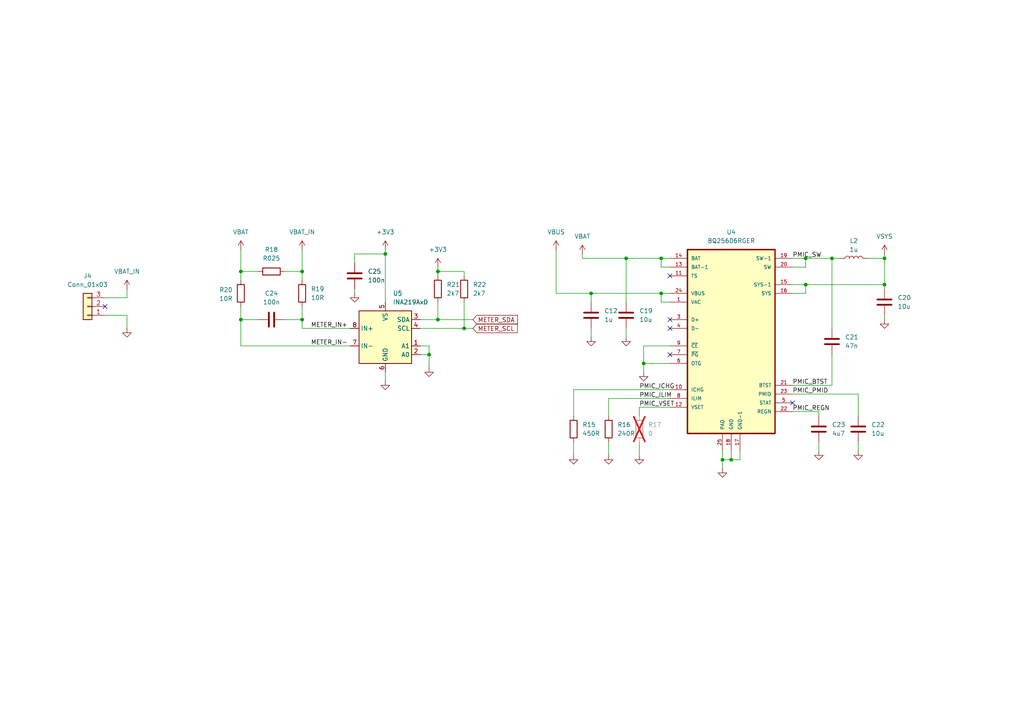
<source format=kicad_sch>
(kicad_sch (version 20231120) (generator "eeschema") (generator_version "8.0")
  (paper "A4")
  (lib_symbols
    (symbol "Connector_Generic:Conn_01x03" (pin_names (offset 1.016) hide)
      (property "Reference" "J" (at 0 5.08 0))
      (property "Value" "Conn_01x03" (at 0 -5.08 0))
      (symbol "Conn_01x03_1_1"
        (rectangle (start -1.27 -2.413) (end 0 -2.667) (stroke (width 0.1524)))
        (rectangle (start -1.27 0.127) (end 0 -0.127) (stroke (width 0.1524)))
        (rectangle (start -1.27 2.667) (end 0 2.413) (stroke (width 0.1524)))
        (rectangle (start -1.27 3.81) (end 1.27 -3.81) (stroke (width 0.254)) (fill (type background)))
        (pin passive line (at -5.08 2.54 0) (length 3.81) (name "Pin_1") (number "1"))
        (pin passive line (at -5.08 0 0) (length 3.81) (name "Pin_2") (number "2"))
        (pin passive line (at -5.08 -2.54 0) (length 3.81) (name "Pin_3") (number "3"))
      )
    )
    (symbol "Device:C" (pin_numbers hide) (pin_names (offset 0.254))
      (property "Reference" "C" (at 0.635 2.54 0))
      (property "Value" "C" (at 0.635 -2.54 0))
      (symbol "C_0_1"
        (polyline (pts (xy -2.032 -0.762) (xy 2.032 -0.762)) (stroke (width 0.508)))
        (polyline (pts (xy -2.032 0.762) (xy 2.032 0.762)) (stroke (width 0.508)))
      )
      (symbol "C_1_1"
        (pin passive line (at 0 3.81 270) (length 2.794) (name "~") (number "1"))
        (pin passive line (at 0 -3.81 90) (length 2.794) (name "~") (number "2"))
      )
    )
    (symbol "Device:L" (pin_numbers hide) (pin_names (offset 1.016) hide)
      (property "Reference" "L" (at -1.27 0 90))
      (property "Value" "L" (at 1.905 0 90))
      (symbol "L_0_1"
        (arc (start 0 -2.54) (mid 0.6323 -1.905) (end 0 -1.27))
        (arc (start 0 -1.27) (mid 0.6323 -0.635) (end 0 0))
        (arc (start 0 0) (mid 0.6323 0.635) (end 0 1.27))
        (arc (start 0 1.27) (mid 0.6323 1.905) (end 0 2.54))
      )
      (symbol "L_1_1"
        (pin passive line (at 0 3.81 270) (length 1.27) (name "1") (number "1"))
        (pin passive line (at 0 -3.81 90) (length 1.27) (name "2") (number "2"))
      )
    )
    (symbol "Device:R" (pin_numbers hide) (pin_names (offset 0))
      (property "Reference" "R" (at 2.032 0 90))
      (property "Value" "R" (at 0 0 90))
      (symbol "R_0_1"
        (rectangle (start -1.016 -2.54) (end 1.016 2.54) (stroke (width 0.254)))
      )
      (symbol "R_1_1"
        (pin passive line (at 0 3.81 270) (length 1.27) (name "~") (number "1"))
        (pin passive line (at 0 -3.81 90) (length 1.27) (name "~") (number "2"))
      )
    )
    (symbol "Library:BQ25606RGER" (pin_names (offset 1.016))
      (property "Reference" "U" (at -12.7 56.88 0))
      (property "Value" "BQ25606RGER" (at -12.7 -59.88 0))
      (symbol "BQ25606RGER_0_0"
        (rectangle (start -12.7 55.88) (end 12.7 2.54) (stroke (width 0.41)) (fill (type background)))
        (pin bidirectional line (at -17.78 40.64 0) (length 5.08) (name "VAC") (number "1"))
        (pin bidirectional line (at -17.78 15.24 0) (length 5.08) (name "ICHG") (number "10"))
        (pin bidirectional line (at -17.78 48.26 0) (length 5.08) (name "TS") (number "11"))
        (pin bidirectional line (at -17.78 10.16 0) (length 5.08) (name "VSET") (number "12"))
        (pin bidirectional line (at -17.78 50.8 0) (length 5.08) (name "BAT-1") (number "13"))
        (pin bidirectional line (at -17.78 53.34 0) (length 5.08) (name "BAT") (number "14"))
        (pin bidirectional line (at 17.78 45.72 180) (length 5.08) (name "SYS-1") (number "15"))
        (pin bidirectional line (at 17.78 43.18 180) (length 5.08) (name "SYS") (number "16"))
        (pin power_in line (at 2.54 -2.54 90) (length 5.08) (name "GND-1") (number "17"))
        (pin power_in line (at 0 -2.54 90) (length 5.08) (name "GND") (number "18"))
        (pin bidirectional line (at 17.78 53.34 180) (length 5.08) (name "SW-1") (number "19"))
        (pin bidirectional line (at 17.78 50.8 180) (length 5.08) (name "SW") (number "20"))
        (pin bidirectional line (at 17.78 16.51 180) (length 5.08) (name "BTST") (number "21"))
        (pin bidirectional line (at 17.78 8.89 180) (length 5.08) (name "REGN") (number "22"))
        (pin bidirectional line (at 17.78 13.97 180) (length 5.08) (name "PMID") (number "23"))
        (pin bidirectional line (at -17.78 43.18 0) (length 5.08) (name "VBUS") (number "24"))
        (pin bidirectional line (at -17.78 35.56 0) (length 5.08) (name "D+") (number "3"))
        (pin bidirectional line (at -17.78 33.02 0) (length 5.08) (name "D-") (number "4"))
        (pin bidirectional line (at 17.78 11.43 180) (length 5.08) (name "STAT") (number "5"))
        (pin bidirectional line (at -17.78 22.86 0) (length 5.08) (name "OTG") (number "6"))
        (pin bidirectional line (at -17.78 25.4 0) (length 5.08) (name "~{PG}") (number "7"))
        (pin bidirectional line (at -17.78 12.7 0) (length 5.08) (name "ILIM") (number "8"))
        (pin bidirectional line (at -17.78 27.94 0) (length 5.08) (name "~{CE}") (number "9"))
      )
      (symbol "BQ25606RGER_1_0"
        (pin power_in line (at -2.54 -2.54 90) (length 5.08) (name "PAD") (number "25"))
      )
    )
    (symbol "Sensor_Energy:INA219AxD"
      (property "Reference" "U" (at -6.35 8.89 0))
      (property "Value" "INA219AxD" (at 5.08 8.89 0))
      (symbol "INA219AxD_0_1"
        (rectangle (start -7.62 7.62) (end 7.62 -7.62) (stroke (width 0.254)) (fill (type background)))
      )
      (symbol "INA219AxD_1_1"
        (pin input line (at 10.16 -2.54 180) (length 2.54) (name "A1") (number "1"))
        (pin input line (at 10.16 -5.08 180) (length 2.54) (name "A0") (number "2"))
        (pin bidirectional line (at 10.16 5.08 180) (length 2.54) (name "SDA") (number "3"))
        (pin input line (at 10.16 2.54 180) (length 2.54) (name "SCL") (number "4"))
        (pin power_in line (at 0 10.16 270) (length 2.54) (name "VS") (number "5"))
        (pin power_in line (at 0 -10.16 90) (length 2.54) (name "GND") (number "6"))
        (pin input line (at -10.16 -2.54 0) (length 2.54) (name "IN-") (number "7"))
        (pin input line (at -10.16 2.54 0) (length 2.54) (name "IN+") (number "8"))
      )
    )
    (symbol "power:+3V3" (power) (pin_numbers hide) (pin_names (offset 0) hide)
      (property "Value" "+3V3" (at 0 3.556 0))
      (symbol "+3V3_0_1"
        (polyline (pts (xy -0.762 1.27) (xy 0 2.54)))
        (polyline (pts (xy 0 0) (xy 0 2.54)))
        (polyline (pts (xy 0 2.54) (xy 0.762 1.27)))
      )
      (symbol "+3V3_1_1"
        (pin power_in line (at 0 0 90) (length 0) (name "~") (number "1"))
      )
    )
    (symbol "power:GND" (power) (pin_numbers hide) (pin_names (offset 0) hide)
      (property "Value" "GND" (at 0 -3.81 0))
      (symbol "GND_0_1"
        (polyline (pts (xy 0 0) (xy 0 -1.27) (xy 1.27 -1.27) (xy 0 -2.54) (xy -1.27 -1.27) (xy 0 -1.27)))
      )
      (symbol "GND_1_1"
        (pin power_in line (at 0 0 270) (length 0) (name "~") (number "1"))
      )
    )
    (symbol "power:VBUS" (power) (pin_numbers hide) (pin_names (offset 0) hide)
      (property "Value" "VBUS" (at 0 3.556 0))
      (symbol "VBUS_0_1"
        (polyline (pts (xy -0.762 1.27) (xy 0 2.54)))
        (polyline (pts (xy 0 0) (xy 0 2.54)))
        (polyline (pts (xy 0 2.54) (xy 0.762 1.27)))
      )
      (symbol "VBUS_1_1"
        (pin power_in line (at 0 0 90) (length 0) (name "~") (number "1"))
      )
    )
  )
  (junction (at 171.45 85.09))
  (junction (at 127 92.71))
  (junction (at 256.54 74.93))
  (junction (at 124.46 102.87))
  (junction (at 127 78.74))
  (junction (at 191.77 74.93))
  (junction (at 181.61 74.93))
  (junction (at 111.76 73.66))
  (junction (at 186.69 105.41))
  (junction (at 256.54 82.55))
  (junction (at 69.85 78.74))
  (junction (at 134.62 95.25))
  (junction (at 87.63 78.74))
  (junction (at 191.77 85.09))
  (junction (at 233.68 82.55))
  (junction (at 212.09 133.35))
  (junction (at 209.55 133.35))
  (junction (at 241.3 74.93))
  (junction (at 87.63 92.71))
  (junction (at 233.68 74.93))
  (junction (at 69.85 92.71))
  (no_connect (at 194.31 95.25))
  (no_connect (at 194.31 102.87))
  (no_connect (at 194.31 80.01))
  (no_connect (at 229.87 116.84))
  (no_connect (at 194.31 92.71))
  (no_connect (at 30.48 88.9))
  (wire (pts (xy 194.31 77.47) (xy 191.77 77.47)))
  (wire (pts (xy 241.3 111.76) (xy 229.87 111.76)))
  (wire (pts (xy 186.69 107.95) (xy 186.69 105.41)))
  (wire (pts (xy 82.55 92.71) (xy 87.63 92.71)))
  (wire (pts (xy 248.92 128.27) (xy 248.92 130.81)))
  (wire (pts (xy 121.92 95.25) (xy 134.62 95.25)))
  (wire (pts (xy 209.55 133.35) (xy 209.55 135.89)))
  (wire (pts (xy 256.54 91.44) (xy 256.54 92.71)))
  (wire (pts (xy 212.09 133.35) (xy 212.09 130.81)))
  (wire (pts (xy 111.76 73.66) (xy 111.76 87.63)))
  (wire (pts (xy 191.77 74.93) (xy 194.31 74.93)))
  (wire (pts (xy 166.37 128.27) (xy 166.37 132.08)))
  (wire (pts (xy 176.53 115.57) (xy 194.31 115.57)))
  (wire (pts (xy 186.69 105.41) (xy 194.31 105.41)))
  (wire (pts (xy 248.92 114.3) (xy 248.92 120.65)))
  (wire (pts (xy 69.85 88.9) (xy 69.85 92.71)))
  (wire (pts (xy 111.76 72.39) (xy 111.76 73.66)))
  (wire (pts (xy 229.87 74.93) (xy 233.68 74.93)))
  (wire (pts (xy 69.85 100.33) (xy 101.6 100.33)))
  (wire (pts (xy 69.85 78.74) (xy 74.93 78.74)))
  (wire (pts (xy 127 78.74) (xy 127 80.01)))
  (wire (pts (xy 87.63 92.71) (xy 87.63 95.25)))
  (wire (pts (xy 168.91 73.66) (xy 168.91 74.93)))
  (wire (pts (xy 134.62 78.74) (xy 134.62 80.01)))
  (wire (pts (xy 229.87 77.47) (xy 233.68 77.47)))
  (wire (pts (xy 161.29 72.39) (xy 161.29 85.09)))
  (wire (pts (xy 191.77 87.63) (xy 191.77 85.09)))
  (wire (pts (xy 36.83 95.25) (xy 36.83 91.44)))
  (wire (pts (xy 233.68 82.55) (xy 229.87 82.55)))
  (wire (pts (xy 185.42 118.11) (xy 185.42 120.65)))
  (wire (pts (xy 181.61 95.25) (xy 181.61 97.79)))
  (wire (pts (xy 134.62 95.25) (xy 137.16 95.25)))
  (wire (pts (xy 124.46 100.33) (xy 121.92 100.33)))
  (wire (pts (xy 214.63 133.35) (xy 214.63 130.81)))
  (wire (pts (xy 241.3 74.93) (xy 241.3 95.25)))
  (wire (pts (xy 30.48 86.36) (xy 36.83 86.36)))
  (wire (pts (xy 161.29 85.09) (xy 171.45 85.09)))
  (wire (pts (xy 166.37 113.03) (xy 166.37 120.65)))
  (wire (pts (xy 102.87 83.82) (xy 102.87 85.09)))
  (wire (pts (xy 194.31 87.63) (xy 191.77 87.63)))
  (wire (pts (xy 171.45 85.09) (xy 191.77 85.09)))
  (wire (pts (xy 229.87 85.09) (xy 233.68 85.09)))
  (wire (pts (xy 87.63 88.9) (xy 87.63 92.71)))
  (wire (pts (xy 233.68 74.93) (xy 241.3 74.93)))
  (wire (pts (xy 69.85 92.71) (xy 69.85 100.33)))
  (wire (pts (xy 171.45 95.25) (xy 171.45 97.79)))
  (wire (pts (xy 127 92.71) (xy 137.16 92.71)))
  (wire (pts (xy 233.68 85.09) (xy 233.68 82.55)))
  (wire (pts (xy 124.46 106.68) (xy 124.46 102.87)))
  (wire (pts (xy 209.55 133.35) (xy 212.09 133.35)))
  (wire (pts (xy 121.92 102.87) (xy 124.46 102.87)))
  (wire (pts (xy 251.46 74.93) (xy 256.54 74.93)))
  (wire (pts (xy 69.85 92.71) (xy 74.93 92.71)))
  (wire (pts (xy 87.63 78.74) (xy 87.63 72.39)))
  (wire (pts (xy 243.84 74.93) (xy 241.3 74.93)))
  (wire (pts (xy 176.53 115.57) (xy 176.53 120.65)))
  (wire (pts (xy 87.63 95.25) (xy 101.6 95.25)))
  (wire (pts (xy 166.37 113.03) (xy 194.31 113.03)))
  (wire (pts (xy 233.68 82.55) (xy 256.54 82.55)))
  (wire (pts (xy 36.83 83.82) (xy 36.83 86.36)))
  (wire (pts (xy 186.69 100.33) (xy 194.31 100.33)))
  (wire (pts (xy 229.87 114.3) (xy 248.92 114.3)))
  (wire (pts (xy 237.49 128.27) (xy 237.49 130.81)))
  (wire (pts (xy 256.54 73.66) (xy 256.54 74.93)))
  (wire (pts (xy 181.61 74.93) (xy 181.61 87.63)))
  (wire (pts (xy 229.87 119.38) (xy 237.49 119.38)))
  (wire (pts (xy 256.54 74.93) (xy 256.54 82.55)))
  (wire (pts (xy 209.55 130.81) (xy 209.55 133.35)))
  (wire (pts (xy 127 87.63) (xy 127 92.71)))
  (wire (pts (xy 127 78.74) (xy 134.62 78.74)))
  (wire (pts (xy 185.42 128.27) (xy 185.42 132.08)))
  (wire (pts (xy 124.46 102.87) (xy 124.46 100.33)))
  (wire (pts (xy 134.62 87.63) (xy 134.62 95.25)))
  (wire (pts (xy 102.87 73.66) (xy 102.87 76.2)))
  (wire (pts (xy 87.63 78.74) (xy 87.63 81.28)))
  (wire (pts (xy 176.53 128.27) (xy 176.53 132.08)))
  (wire (pts (xy 121.92 92.71) (xy 127 92.71)))
  (wire (pts (xy 168.91 74.93) (xy 181.61 74.93)))
  (wire (pts (xy 233.68 77.47) (xy 233.68 74.93)))
  (wire (pts (xy 191.77 77.47) (xy 191.77 74.93)))
  (wire (pts (xy 69.85 78.74) (xy 69.85 81.28)))
  (wire (pts (xy 181.61 74.93) (xy 191.77 74.93)))
  (wire (pts (xy 127 77.47) (xy 127 78.74)))
  (wire (pts (xy 237.49 119.38) (xy 237.49 120.65)))
  (wire (pts (xy 212.09 133.35) (xy 214.63 133.35)))
  (wire (pts (xy 111.76 73.66) (xy 102.87 73.66)))
  (wire (pts (xy 186.69 105.41) (xy 186.69 100.33)))
  (wire (pts (xy 194.31 118.11) (xy 185.42 118.11)))
  (wire (pts (xy 82.55 78.74) (xy 87.63 78.74)))
  (wire (pts (xy 111.76 107.95) (xy 111.76 110.49)))
  (wire (pts (xy 256.54 82.55) (xy 256.54 83.82)))
  (wire (pts (xy 191.77 85.09) (xy 194.31 85.09)))
  (wire (pts (xy 69.85 72.39) (xy 69.85 78.74)))
  (wire (pts (xy 241.3 102.87) (xy 241.3 111.76)))
  (wire (pts (xy 171.45 85.09) (xy 171.45 87.63)))
  (wire (pts (xy 36.83 91.44) (xy 30.48 91.44)))
  (label "PMIC_VSET" (at 185.42 118.11 0))
  (label "PMIC_BTST" (at 229.87 111.76 0))
  (label "PMIC_ICHG" (at 185.42 113.03 0))
  (label "METER_IN+" (at 90.17 95.25 0))
  (label "METER_IN-" (at 90.17 100.33 0))
  (label "PMIC_ILIM" (at 185.42 115.57 0))
  (label "PMIC_REGN" (at 229.87 119.38 0))
  (label "PMIC_PMID" (at 229.87 114.3 0))
  (label "PMIC_SW" (at 229.87 74.93 0))
  (global_label "METER_SCL" (shape input) (at 137.16 95.25 0) (property "Intersheetrefs" "${INTERSHEET_REFS}" (effects (hide yes))))
  (global_label "METER_SDA" (shape input) (at 137.16 92.71 0) (property "Intersheetrefs" "${INTERSHEET_REFS}" (effects (hide yes))))
  (symbol (lib_id "Device:R") (at 87.63 85.09 0) (unit 1)
    (property "Reference" "R19" (at 90.17 83.8199 0) (effects (justify left)))
    (property "Value" "10R" (at 90.17 86.3599 0) (effects (justify left)))
    (property "Footprint" "Resistor_SMD:R_0603_1608Metric" (effects (hide yes)))
    (property "Description" "Resistor" (effects (hide yes)))
  )
  (symbol (lib_id "Device:C") (at 248.92 124.46 0) (unit 1)
    (property "Reference" "C22" (at 252.73 123.1899 0) (effects (justify left)))
    (property "Value" "10u" (at 252.73 125.7299 0) (effects (justify left)))
    (property "Footprint" "Capacitor_SMD:C_1206_3216Metric" (effects (hide yes)))
    (property "Description" "Unpolarized capacitor" (effects (hide yes)))
  )
  (symbol (lib_id "power:GND") (at 171.45 97.79 0) (unit 1)
    (property "Reference" "#PWR036" (effects (hide yes)))
    (property "Value" "GND" (effects (hide yes)))
    (property "Description" "Power symbol creates a global label with name \"GND\" , ground" (effects (hide yes)))
  )
  (symbol (lib_id "Library:BQ25606RGER") (at 212.09 128.27 0) (unit 1)
    (property "Reference" "U4" (at 212.09 67.31 0))
    (property "Value" "BQ25606RGER" (at 212.09 69.85 0))
    (property "Footprint" "Library:QFN50P400X400X100-25N" (effects (hide yes)))
    (property "MF" "Texas Instruments" (effects (hide yes)))
    (property "Description_1" "\n                        \n                            Stand Alone 1cell 3A Fast charger with High input voltage and Power Path\n                        \n" (effects (hide yes)))
    (property "Package" "VQFN-24 Texas Instruments" (effects (hide yes)))
    (property "Price" "None" (effects (hide yes)))
    (property "SnapEDA_Link" "https://www.snapeda.com/parts/BQ25606RGER/Texas+Instruments/view-part/?ref=snap" (effects (hide yes)))
    (property "MP" "BQ25606RGER" (effects (hide yes)))
    (property "Availability" "In Stock" (effects (hide yes)))
    (property "Check_prices" "https://www.snapeda.com/parts/BQ25606RGER/Texas+Instruments/view-part/?ref=eda" (effects (hide yes)))
  )
  (symbol (lib_id "Sensor_Energy:INA219AxD") (at 111.76 97.79 0) (unit 1)
    (property "Reference" "U5" (at 113.9541 85.09 0) (effects (justify left)))
    (property "Value" "INA219AxD" (at 113.9541 87.63 0) (effects (justify left)))
    (property "Footprint" "Package_SO:SOIC-8_3.9x4.9mm_P1.27mm" (effects (hide yes)))
    (property "Datasheet" "http://www.ti.com/lit/ds/symlink/ina219.pdf" (effects (hide yes)))
    (property "Description" "Zero-Drift, Bidirectional Current/Power Monitor (0-26V) With I2C Interface, SOIC-8" (effects (hide yes)))
  )
  (symbol (lib_id "Device:C") (at 102.87 80.01 180) (unit 1)
    (property "Reference" "C25" (at 106.68 78.7399 0) (effects (justify right)))
    (property "Value" "100n" (at 106.68 81.2799 0) (effects (justify right)))
    (property "Footprint" "Capacitor_SMD:C_0603_1608Metric" (effects (hide yes)))
    (property "Description" "Unpolarized capacitor" (effects (hide yes)))
  )
  (symbol (lib_id "Device:C") (at 256.54 87.63 0) (unit 1)
    (property "Reference" "C20" (at 260.35 86.3599 0) (effects (justify left)))
    (property "Value" "10u" (at 260.35 88.8999 0) (effects (justify left)))
    (property "Footprint" "Capacitor_SMD:C_1206_3216Metric" (effects (hide yes)))
    (property "Description" "Unpolarized capacitor" (effects (hide yes)))
  )
  (symbol (lib_id "power:GND") (at 176.53 132.08 0) (unit 1)
    (property "Reference" "#PWR038" (effects (hide yes)))
    (property "Value" "GND" (effects (hide yes)))
    (property "Description" "Power symbol creates a global label with name \"GND\" , ground" (effects (hide yes)))
  )
  (symbol (lib_id "power:VBUS") (at 161.29 72.39 0) (unit 1)
    (property "Reference" "#PWR028" (effects (hide yes)))
    (property "Value" "VBUS" (at 161.29 67.31 0))
    (property "Description" "Power symbol creates a global label with name \"VBUS\"" (effects (hide yes)))
  )
  (symbol (lib_id "Device:C") (at 78.74 92.71 90) (unit 1)
    (property "Reference" "C24" (at 78.74 85.09 90))
    (property "Value" "100n" (at 78.74 87.63 90))
    (property "Footprint" "Capacitor_SMD:C_0603_1608Metric" (effects (hide yes)))
    (property "Description" "Unpolarized capacitor" (effects (hide yes)))
  )
  (symbol (lib_id "power:GND") (at 209.55 135.89 0) (unit 1)
    (property "Reference" "#PWR030" (effects (hide yes)))
    (property "Value" "GND" (effects (hide yes)))
    (property "Description" "Power symbol creates a global label with name \"GND\" , ground" (effects (hide yes)))
  )
  (symbol (lib_id "Device:R") (at 185.42 124.46 0) (unit 1) (dnp yes)
    (property "Reference" "R17" (at 187.96 123.1899 0) (effects (justify left)))
    (property "Value" "0" (at 187.96 125.7299 0) (effects (justify left)))
    (property "Footprint" "Resistor_SMD:R_0603_1608Metric" (effects (hide yes)))
    (property "Description" "Resistor" (effects (hide yes)))
  )
  (symbol (lib_id "power:GND") (at 124.46 106.68 0) (unit 1)
    (property "Reference" "#PWR045" (effects (hide yes)))
    (property "Value" "GND" (effects (hide yes)))
    (property "Description" "Power symbol creates a global label with name \"GND\" , ground" (effects (hide yes)))
  )
  (symbol (lib_id "power:GND") (at 237.49 130.81 0) (unit 1)
    (property "Reference" "#PWR033" (effects (hide yes)))
    (property "Value" "GND" (effects (hide yes)))
    (property "Description" "Power symbol creates a global label with name \"GND\" , ground" (effects (hide yes)))
  )
  (symbol (lib_id "power:GND") (at 181.61 97.79 0) (unit 1)
    (property "Reference" "#PWR035" (effects (hide yes)))
    (property "Value" "GND" (effects (hide yes)))
    (property "Description" "Power symbol creates a global label with name \"GND\" , ground" (effects (hide yes)))
  )
  (symbol (lib_id "power:GND") (at 111.76 110.49 0) (unit 1)
    (property "Reference" "#PWR042" (effects (hide yes)))
    (property "Value" "GND" (effects (hide yes)))
    (property "Description" "Power symbol creates a global label with name \"GND\" , ground" (effects (hide yes)))
  )
  (symbol (lib_id "Device:R") (at 69.85 85.09 180) (unit 1)
    (property "Reference" "R20" (at 65.532 84.074 0))
    (property "Value" "10R" (at 65.532 86.614 0))
    (property "Footprint" "Resistor_SMD:R_0603_1608Metric" (effects (hide yes)))
    (property "Description" "Resistor" (effects (hide yes)))
  )
  (symbol (lib_id "Device:L") (at 247.65 74.93 90) (unit 1)
    (property "Reference" "L2" (at 247.65 69.85 90))
    (property "Value" "1u" (at 247.65 72.39 90))
    (property "Footprint" "Library:IND_CSAB0420-2R2M" (effects (hide yes)))
    (property "Description" "Inductor" (effects (hide yes)))
  )
  (symbol (lib_id "Device:R") (at 78.74 78.74 90) (unit 1)
    (property "Reference" "R18" (at 78.74 72.39 90))
    (property "Value" "R025" (at 78.74 74.93 90))
    (property "Footprint" "Resistor_SMD:R_2512_6332Metric" (effects (hide yes)))
    (property "Description" "Resistor" (effects (hide yes)))
  )
  (symbol (lib_id "Device:R") (at 134.62 83.82 0) (unit 1)
    (property "Reference" "R22" (at 137.16 82.5499 0) (effects (justify left)))
    (property "Value" "2k7" (at 137.16 85.0899 0) (effects (justify left)))
    (property "Footprint" "Resistor_SMD:R_0603_1608Metric" (effects (hide yes)))
    (property "Description" "Resistor" (effects (hide yes)))
  )
  (symbol (lib_id "Device:R") (at 166.37 124.46 0) (unit 1)
    (property "Reference" "R15" (at 168.91 123.1899 0) (effects (justify left)))
    (property "Value" "450R" (at 168.91 125.7299 0) (effects (justify left)))
    (property "Footprint" "Resistor_SMD:R_0603_1608Metric" (effects (hide yes)))
    (property "Description" "Resistor" (effects (hide yes)))
  )
  (symbol (lib_id "power:GND") (at 186.69 107.95 0) (unit 1)
    (property "Reference" "#PWR034" (effects (hide yes)))
    (property "Value" "GND" (effects (hide yes)))
    (property "Description" "Power symbol creates a global label with name \"GND\" , ground" (effects (hide yes)))
  )
  (symbol (lib_id "power:VBUS") (at 36.83 83.82 0) (unit 1)
    (property "Reference" "#PWR047" (effects (hide yes)))
    (property "Value" "VBAT_IN" (at 36.83 78.74 0))
    (property "Description" "Power symbol creates a global label with name \"VBUS\"" (effects (hide yes)))
  )
  (symbol (lib_id "Device:C") (at 171.45 91.44 0) (unit 1)
    (property "Reference" "C12" (at 175.26 90.1699 0) (effects (justify left)))
    (property "Value" "1u" (at 175.26 92.7099 0) (effects (justify left)))
    (property "Footprint" "Capacitor_SMD:C_1206_3216Metric" (effects (hide yes)))
    (property "Description" "Unpolarized capacitor" (effects (hide yes)))
  )
  (symbol (lib_id "power:GND") (at 166.37 132.08 0) (unit 1)
    (property "Reference" "#PWR039" (effects (hide yes)))
    (property "Value" "GND" (effects (hide yes)))
    (property "Description" "Power symbol creates a global label with name \"GND\" , ground" (effects (hide yes)))
  )
  (symbol (lib_id "power:VBUS") (at 69.85 72.39 0) (unit 1)
    (property "Reference" "#PWR041" (effects (hide yes)))
    (property "Value" "VBAT" (at 69.85 67.31 0))
    (property "Description" "Power symbol creates a global label with name \"VBUS\"" (effects (hide yes)))
  )
  (symbol (lib_id "power:VBUS") (at 87.63 72.39 0) (unit 1)
    (property "Reference" "#PWR040" (effects (hide yes)))
    (property "Value" "VBAT_IN" (at 87.63 67.31 0))
    (property "Description" "Power symbol creates a global label with name \"VBUS\"" (effects (hide yes)))
  )
  (symbol (lib_id "Device:C") (at 181.61 91.44 0) (unit 1)
    (property "Reference" "C19" (at 185.42 90.1699 0) (effects (justify left)))
    (property "Value" "10u" (at 185.42 92.7099 0) (effects (justify left)))
    (property "Footprint" "Capacitor_SMD:C_1206_3216Metric" (effects (hide yes)))
    (property "Description" "Unpolarized capacitor" (effects (hide yes)))
  )
  (symbol (lib_id "power:GND") (at 36.83 95.25 0) (unit 1)
    (property "Reference" "#PWR048" (effects (hide yes)))
    (property "Value" "GND" (effects (hide yes)))
    (property "Description" "Power symbol creates a global label with name \"GND\" , ground" (effects (hide yes)))
  )
  (symbol (lib_id "power:GND") (at 102.87 85.09 0) (unit 1)
    (property "Reference" "#PWR044" (effects (hide yes)))
    (property "Value" "GND" (effects (hide yes)))
    (property "Description" "Power symbol creates a global label with name \"GND\" , ground" (effects (hide yes)))
  )
  (symbol (lib_id "power:+3V3") (at 127 77.47 0) (unit 1)
    (property "Reference" "#PWR046" (effects (hide yes)))
    (property "Value" "+3V3" (at 127 72.39 0))
    (property "Description" "Power symbol creates a global label with name \"+3V3\"" (effects (hide yes)))
  )
  (symbol (lib_id "Device:R") (at 127 83.82 0) (unit 1)
    (property "Reference" "R21" (at 129.54 82.5499 0) (effects (justify left)))
    (property "Value" "2k7" (at 129.54 85.0899 0) (effects (justify left)))
    (property "Footprint" "Resistor_SMD:R_0603_1608Metric" (effects (hide yes)))
    (property "Description" "Resistor" (effects (hide yes)))
  )
  (symbol (lib_id "power:VBUS") (at 256.54 73.66 0) (unit 1)
    (property "Reference" "#PWR029" (effects (hide yes)))
    (property "Value" "VSYS" (at 256.54 68.58 0))
    (property "Description" "Power symbol creates a global label with name \"VBUS\"" (effects (hide yes)))
  )
  (symbol (lib_id "power:GND") (at 256.54 92.71 0) (unit 1)
    (property "Reference" "#PWR032" (effects (hide yes)))
    (property "Value" "GND" (effects (hide yes)))
    (property "Description" "Power symbol creates a global label with name \"GND\" , ground" (effects (hide yes)))
  )
  (symbol (lib_id "Device:R") (at 176.53 124.46 0) (unit 1)
    (property "Reference" "R16" (at 179.07 123.1899 0) (effects (justify left)))
    (property "Value" "240R" (at 179.07 125.7299 0) (effects (justify left)))
    (property "Footprint" "Resistor_SMD:R_0603_1608Metric" (effects (hide yes)))
    (property "Description" "Resistor" (effects (hide yes)))
  )
  (symbol (lib_id "power:GND") (at 248.92 130.81 0) (unit 1)
    (property "Reference" "#PWR031" (effects (hide yes)))
    (property "Value" "GND" (effects (hide yes)))
    (property "Description" "Power symbol creates a global label with name \"GND\" , ground" (effects (hide yes)))
  )
  (symbol (lib_id "power:VBUS") (at 168.91 73.66 0) (unit 1)
    (property "Reference" "#PWR027" (effects (hide yes)))
    (property "Value" "VBAT" (at 168.91 68.58 0))
    (property "Description" "Power symbol creates a global label with name \"VBUS\"" (effects (hide yes)))
  )
  (symbol (lib_id "Device:C") (at 237.49 124.46 0) (unit 1)
    (property "Reference" "C23" (at 241.3 123.1899 0) (effects (justify left)))
    (property "Value" "4u7" (at 241.3 125.7299 0) (effects (justify left)))
    (property "Footprint" "Capacitor_SMD:C_0603_1608Metric" (effects (hide yes)))
    (property "Description" "Unpolarized capacitor" (effects (hide yes)))
  )
  (symbol (lib_id "power:+3V3") (at 111.76 72.39 0) (unit 1)
    (property "Reference" "#PWR043" (effects (hide yes)))
    (property "Value" "+3V3" (at 111.76 67.31 0))
    (property "Description" "Power symbol creates a global label with name \"+3V3\"" (effects (hide yes)))
  )
  (symbol (lib_id "Device:C") (at 241.3 99.06 0) (unit 1)
    (property "Reference" "C21" (at 245.11 97.7899 0) (effects (justify left)))
    (property "Value" "47n" (at 245.11 100.3299 0) (effects (justify left)))
    (property "Footprint" "Capacitor_SMD:C_0603_1608Metric" (effects (hide yes)))
    (property "Description" "Unpolarized capacitor" (effects (hide yes)))
  )
  (symbol (lib_id "Connector_Generic:Conn_01x03") (at 25.4 88.9 180) (unit 1)
    (property "Reference" "J4" (at 25.4 80.01 0))
    (property "Value" "Conn_01x03" (at 25.4 82.55 0))
    (property "Footprint" "Connector_Molex:Molex_PicoBlade_53261-0371_1x03-1MP_P1.25mm_Horizontal" (effects (hide yes)))
    (property "Description" "Generic connector, single row, 01x03, script generated (kicad-library-utils/schlib/autogen/connector/)" (effects (hide yes)))
  )
  (symbol (lib_id "power:GND") (at 185.42 132.08 0) (unit 1)
    (property "Reference" "#PWR037" (effects (hide yes)))
    (property "Value" "GND" (effects (hide yes)))
    (property "Description" "Power symbol creates a global label with name \"GND\" , ground" (effects (hide yes)))
  )
)
</source>
